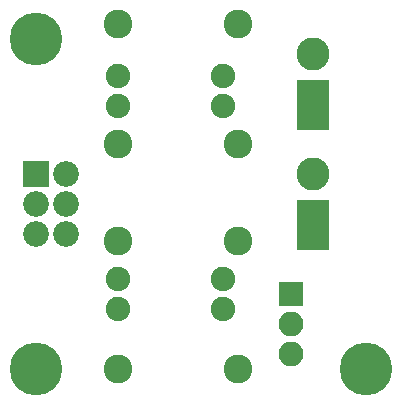
<source format=gbs>
G04 #@! TF.FileFunction,Soldermask,Bot*
%FSLAX46Y46*%
G04 Gerber Fmt 4.6, Leading zero omitted, Abs format (unit mm)*
G04 Created by KiCad (PCBNEW 4.0.7-e2-6376~58~ubuntu16.04.1) date Thu Sep 21 22:43:52 2017*
%MOMM*%
%LPD*%
G01*
G04 APERTURE LIST*
%ADD10C,0.050800*%
%ADD11C,2.800000*%
%ADD12R,2.800000X2.800000*%
%ADD13R,2.100000X2.100000*%
%ADD14O,2.100000X2.100000*%
%ADD15C,2.076400*%
%ADD16R,2.178000X2.178000*%
%ADD17C,2.178000*%
%ADD18C,2.432000*%
%ADD19C,4.464000*%
G04 APERTURE END LIST*
D10*
D11*
X82550000Y-34330000D03*
D12*
X82550000Y-39330000D03*
X82550000Y-37830000D03*
D11*
X82550000Y-44490000D03*
D12*
X82550000Y-49490000D03*
X82550000Y-47990000D03*
D13*
X80645000Y-54610000D03*
D14*
X80645000Y-57150000D03*
X80645000Y-59690000D03*
D15*
X74930000Y-36195000D03*
X74930000Y-38735000D03*
X66040000Y-38735000D03*
X66040000Y-36195000D03*
X74930000Y-55880000D03*
X74930000Y-53340000D03*
X66040000Y-53340000D03*
X66040000Y-55880000D03*
D16*
X59055000Y-44450000D03*
D17*
X61595000Y-44450000D03*
X59055000Y-46990000D03*
X61595000Y-46990000D03*
X59055000Y-49530000D03*
X61595000Y-49530000D03*
D18*
X66040000Y-41910000D03*
X76200000Y-41910000D03*
X66040000Y-31750000D03*
X76200000Y-31750000D03*
X66040000Y-50165000D03*
X76200000Y-50165000D03*
X76200000Y-60960000D03*
X66040000Y-60960000D03*
D19*
X59055000Y-33020000D03*
X59055000Y-60960000D03*
X86995000Y-60960000D03*
M02*

</source>
